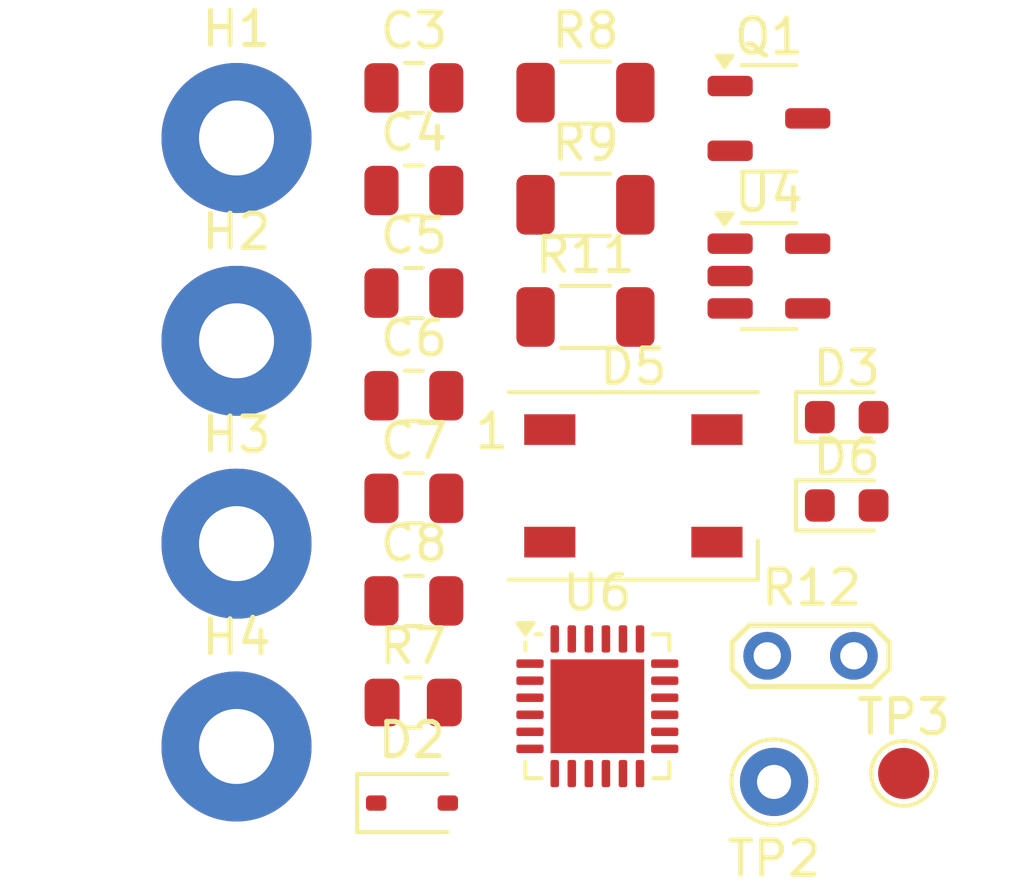
<source format=kicad_pcb>
(kicad_pcb (version 20240108) (generator "pcbnew") (generator_version "8.0")
  (layers (0 "F.Cu" signal) (31 "B.Cu" signal) (34 "B.Paste" user) (35 "F.Paste" user) (36 "B.SilkS" user "B.Silkscreen") (37 "F.SilkS" user "F.Silkscreen") (38 "B.Mask" user) (39 "F.Mask" user) (44 "Edge.Cuts" user))
  (net 0 "")
  (net 1 "GND")
  (net 2 "/3V3")
  (net 3 "/ESP32_EN")
  (net 4 "Net-(U3-IO0)")
  (net 5 "/5V USB")
  (net 6 "Net-(D2-A)")
  (net 8 "Net-(D3-K)")
  (net 9 "/3V3_MCU")
  (net 11 "/GPIO48")
  (net 12 "Net-(D6-A)")
  (net 13 "Net-(Q1-G)")
  (net 14 "Net-(Q1-D)")
  (net 15 "PACK-")
  (net 16 "Net-(U4-FB)")
  (net 17 "Net-(F2-Pad1)")
  (net 18 "Net-(J1-VBUS)")
  (net 19 "Net-(CR1-Pad1)")
  (net 20 "Net-(U6-GND-Pad19)")
  (net 21 "Net-(U6-FLIP)")
  (net 22 "Net-(U6-VBUS_IN)")
  (net 26 "Net-(U6-HPI_SCL)")
  (net 27 "Net-(U6-VBUS_MIN)")
  (net 28 "Net-(U6-VDDD)")
  (net 30 "Net-(U6-VCCD)")
  (net 33 "Net-(U6-HPI_SDA)")
  (net 34 "Net-(U6-FAULT)")
  (net 35 "Net-(U6-VBUS_MAX)")
  (net 38 "Net-(U6-~{HPI_INT})")
  (footprint "Resistor_SMD:R_1206_3216Metric" (layer "F.Cu") (at 78.27 81.76)
    (property "Reference" "R11" (at 0 -1.82 0) (layer "F.SilkS"))
    (property "Value" "5.1k")
    (fp_line (start -0.727064 -0.91) (end 0.727064 -0.91) (stroke (width 0.12)) (layer "F.SilkS"))
    (fp_line (start -0.727064 0.91) (end 0.727064 0.91) (stroke (width 0.12)) (layer "F.SilkS"))
    (pad "1" smd roundrect (at -1.4625 0) (size 1.125 1.75) (layers "F.Cu" "F.Paste" "F.Mask") (roundrect_rratio 0.222222) (net 2 "/3V3"))
    (pad "2" smd roundrect (at 1.4625 0) (size 1.125 1.75) (layers "F.Cu" "F.Paste" "F.Mask") (roundrect_rratio 0.222222) (net 12 "Net-(D6-A)"))
  )
  (footprint "Capacitor_SMD:C_0805_2012Metric" (layer "F.Cu") (at 73.24 75.04)
    (property "Reference" "C3" (at 0 -1.68 0) (layer "F.SilkS"))
    (property "Value" "0.1uF")
    (fp_line (start -0.261252 -0.735) (end 0.261252 -0.735) (stroke (width 0.12)) (layer "F.SilkS"))
    (fp_line (start -0.261252 0.735) (end 0.261252 0.735) (stroke (width 0.12)) (layer "F.SilkS"))
    (pad "1" smd roundrect (at -0.95 0) (size 1 1.45) (layers "F.Cu" "F.Paste" "F.Mask") (net 2 "/3V3"))
    (pad "2" smd roundrect (at 0.95 0) (size 1 1.45) (layers "F.Cu" "F.Paste" "F.Mask") (net 1 "GND"))
  )
  (footprint "Diode_SMD:D_SOD-323" (layer "F.Cu") (at 73.185 96.02)
    (property "Reference" "D2" (at 0 -1.85 0) (layer "F.SilkS"))
    (property "Value" "BAT60A")
    (fp_line (start -1.61 -0.85) (end -1.61 0.85) (stroke (width 0.12)) (layer "F.SilkS"))
    (fp_line (start -1.61 -0.85) (end 1.05 -0.85) (stroke (width 0.12)) (layer "F.SilkS"))
    (fp_line (start -1.61 0.85) (end 1.05 0.85) (stroke (width 0.12)) (layer "F.SilkS"))
    (pad "1" smd roundrect (at -1.05 0) (size 0.6 0.45) (layers "F.Cu" "F.Paste" "F.Mask"))
    (pad "2" smd roundrect (at 1.05 0) (size 0.6 0.45) (layers "F.Cu" "F.Paste" "F.Mask") (net 6 "Net-(D2-A)"))
  )
  (footprint "MountingHole:MountingHole_2.2mm_M2_Pad" (layer "F.Cu") (at 68.04 94.36)
    (property "Reference" "H4" (at 0 -3.2 0) (layer "F.SilkS"))
    (property "Value" "MountingHole_Pad")
    (pad "1" thru_hole circle (at 0 0) (size 4.4 4.4) (drill 2.2) (layers "*.Cu" "*.Mask") (net 1 "GND"))
  )
  (footprint "LED_SMD:LED_0603_1608Metric" (layer "F.Cu") (at 85.93 87.29)
    (property "Reference" "D6" (at 0 -1.43 0) (layer "F.SilkS"))
    (property "Value" "LED")
    (fp_line (start -1.485 -0.735) (end -1.485 0.735) (stroke (width 0.12)) (layer "F.SilkS"))
    (fp_line (start -1.485 0.735) (end 0.8 0.735) (stroke (width 0.12)) (layer "F.SilkS"))
    (fp_line (start 0.8 -0.735) (end -1.485 -0.735) (stroke (width 0.12)) (layer "F.SilkS"))
    (pad "1" smd roundrect (at -0.7875 0) (size 0.875 0.95) (layers "F.Cu" "F.Paste" "F.Mask") (net 1 "GND"))
    (pad "2" smd roundrect (at 0.7875 0) (size 0.875 0.95) (layers "F.Cu" "F.Paste" "F.Mask") (net 12 "Net-(D6-A)"))
  )
  (footprint "TestPoint:TestPoint_2Pads_Pitch2.54mm_Drill0.8mm" (layer "F.Cu") (at 83.6 91.7)
    (property "Reference" "R12" (at 1.3 -2 0) (layer "F.SilkS"))
    (property "Value" "0")
    (fp_line (start -1.03 -0.4) (end -0.53 -0.9) (stroke (width 0.15)) (layer "F.SilkS"))
    (fp_line (start -1.03 0.4) (end -1.03 -0.4) (stroke (width 0.15)) (layer "F.SilkS"))
    (fp_line (start -0.53 -0.9) (end 3.07 -0.9) (stroke (width 0.15)) (layer "F.SilkS"))
    (fp_line (start -0.53 0.9) (end -1.03 0.4) (stroke (width 0.15)) (layer "F.SilkS"))
    (fp_line (start 3.07 -0.9) (end 3.57 -0.4) (stroke (width 0.15)) (layer "F.SilkS"))
    (fp_line (start 3.07 0.9) (end -0.53 0.9) (stroke (width 0.15)) (layer "F.SilkS"))
    (fp_line (start 3.57 -0.4) (end 3.57 0.4) (stroke (width 0.15)) (layer "F.SilkS"))
    (fp_line (start 3.57 0.4) (end 3.07 0.9) (stroke (width 0.15)) (layer "F.SilkS"))
    (pad "1" thru_hole circle (at 0 0) (size 1.4 1.4) (drill 0.8) (layers "*.Cu" "*.Mask") (net 17 "Net-(F2-Pad1)"))
    (pad "2" thru_hole circle (at 2.54 0) (size 1.4 1.4) (drill 0.8) (layers "*.Cu" "*.Mask") (net 14 "Net-(Q1-D)"))
  )
  (footprint "Resistor_SMD:R_0805_2012Metric" (layer "F.Cu") (at 73.22 93.07)
    (property "Reference" "R7" (at 0 -1.65 0) (layer "F.SilkS"))
    (property "Value" "10k")
    (fp_line (start -0.227064 -0.735) (end 0.227064 -0.735) (stroke (width 0.12)) (layer "F.SilkS"))
    (fp_line (start -0.227064 0.735) (end 0.227064 0.735) (stroke (width 0.12)) (layer "F.SilkS"))
    (pad "1" smd roundrect (at -0.9125 0) (size 1.025 1.4) (layers "F.Cu" "F.Paste" "F.Mask") (roundrect_rratio 0.243902) (net 2 "/3V3"))
    (pad "2" smd roundrect (at 0.9125 0) (size 1.025 1.4) (layers "F.Cu" "F.Paste" "F.Mask") (roundrect_rratio 0.243902) (net 3 "/ESP32_EN"))
  )
  (footprint "Capacitor_SMD:C_0805_2012Metric" (layer "F.Cu") (at 73.24 90.09)
    (property "Reference" "C8" (at 0 -1.68 0) (layer "F.SilkS"))
    (property "Value" "10uF")
    (fp_line (start -0.261252 -0.735) (end 0.261252 -0.735) (stroke (width 0.12)) (layer "F.SilkS"))
    (fp_line (start -0.261252 0.735) (end 0.261252 0.735) (stroke (width 0.12)) (layer "F.SilkS"))
    (pad "1" smd roundrect (at -0.95 0) (size 1 1.45) (layers "F.Cu" "F.Paste" "F.Mask") (net 2 "/3V3"))
    (pad "2" smd roundrect (at 0.95 0) (size 1 1.45) (layers "F.Cu" "F.Paste" "F.Mask") (net 1 "GND"))
  )
  (footprint "Capacitor_SMD:C_0805_2012Metric" (layer "F.Cu") (at 73.24 81.06)
    (property "Reference" "C5" (at 0 -1.68 0) (layer "F.SilkS"))
    (property "Value" "0.1uF")
    (fp_line (start -0.261252 -0.735) (end 0.261252 -0.735) (stroke (width 0.12)) (layer "F.SilkS"))
    (fp_line (start -0.261252 0.735) (end 0.261252 0.735) (stroke (width 0.12)) (layer "F.SilkS"))
    (pad "1" smd roundrect (at -0.95 0) (size 1 1.45) (layers "F.Cu" "F.Paste" "F.Mask") (net 3 "/ESP32_EN"))
    (pad "2" smd roundrect (at 0.95 0) (size 1 1.45) (layers "F.Cu" "F.Paste" "F.Mask") (net 1 "GND"))
  )
  (footprint "Package_DFN_QFN:QFN-24-1EP_4x4mm_P0.5mm_EP2.75x2.75mm" (layer "F.Cu") (at 78.62 93.18)
    (property "Reference" "U6" (at 0 -3.33 0) (layer "F.SilkS"))
    (property "Value" "CYPD3177-24LQ")
    (fp_line (start -2.11 -1.635) (end -2.11 -1.87) (stroke (width 0.12)) (layer "F.SilkS"))
    (fp_line (start -2.11 2.11) (end -2.11 1.635) (stroke (width 0.12)) (layer "F.SilkS"))
    (fp_line (start -1.635 -2.11) (end -1.81 -2.11) (stroke (width 0.12)) (layer "F.SilkS"))
    (fp_line (start -1.635 2.11) (end -2.11 2.11) (stroke (width 0.12)) (layer "F.SilkS"))
    (fp_line (start 1.635 -2.11) (end 2.11 -2.11) (stroke (width 0.12)) (layer "F.SilkS"))
    (fp_line (start 1.635 2.11) (end 2.11 2.11) (stroke (width 0.12)) (layer "F.SilkS"))
    (fp_line (start 2.11 -2.11) (end 2.11 -1.635) (stroke (width 0.12)) (layer "F.SilkS"))
    (fp_line (start 2.11 2.11) (end 2.11 1.635) (stroke (width 0.12)) (layer "F.SilkS"))
    (fp_poly (pts (xy -2.11 -2.11) (xy -2.35 -2.44) (xy -1.87 -2.44) (xy -2.11 -2.11)) (stroke (width 0.12)) (fill solid) (layer "F.SilkS"))
    (pad "1" smd roundrect (at -1.975 -1.25) (size 0.8 0.25) (layers "F.Cu" "F.Paste" "F.Mask") (net 27 "Net-(U6-VBUS_MIN)"))
    (pad "2" smd roundrect (at -1.975 -0.75) (size 0.8 0.25) (layers "F.Cu" "F.Paste" "F.Mask") (net 35 "Net-(U6-VBUS_MAX)"))
    (pad "3" smd roundrect (at -1.975 -0.25) (size 0.8 0.25) (layers "F.Cu" "F.Paste" "F.Mask"))
    (pad "4" smd roundrect (at -1.975 0.25) (size 0.8 0.25) (layers "F.Cu" "F.Paste" "F.Mask"))
    (pad "5" smd roundrect (at -1.975 0.75) (size 0.8 0.25) (layers "F.Cu" "F.Paste" "F.Mask"))
    (pad "6" smd roundrect (at -1.975 1.25) (size 0.8 0.25) (layers "F.Cu" "F.Paste" "F.Mask"))
    (pad "7" smd roundrect (at -1.25 1.975) (size 0.25 0.8) (layers "F.Cu" "F.Paste" "F.Mask") (net 38 "Net-(U6-~{HPI_INT})"))
    (pad "8" smd roundrect (at -0.75 1.975) (size 0.25 0.8) (layers "F.Cu" "F.Paste" "F.Mask"))
    (pad "9" smd roundrect (at -0.25 1.975) (size 0.25 0.8) (layers "F.Cu" "F.Paste" "F.Mask") (net 34 "Net-(U6-FAULT)"))
    (pad "10" smd roundrect (at 0.25 1.975) (size 0.25 0.8) (layers "F.Cu" "F.Paste" "F.Mask") (net 21 "Net-(U6-FLIP)"))
    (pad "11" smd roundrect (at 0.75 1.975) (size 0.25 0.8) (layers "F.Cu" "F.Paste" "F.Mask"))
    (pad "12" smd roundrect (at 1.25 1.975) (size 0.25 0.8) (layers "F.Cu" "F.Paste" "F.Mask") (net 33 "Net-(U6-HPI_SDA)"))
    (pad "13" smd roundrect (at 1.975 1.25) (size 0.8 0.25) (layers "F.Cu" "F.Paste" "F.Mask") (net 26 "Net-(U6-HPI_SCL)"))
    (pad "14" smd roundrect (at 1.975 0.75) (size 0.8 0.25) (layers "F.Cu" "F.Paste" "F.Mask"))
    (pad "15" smd roundrect (at 1.975 0.25) (size 0.8 0.25) (layers "F.Cu" "F.Paste" "F.Mask"))
    (pad "16" smd roundrect (at 1.975 -0.25) (size 0.8 0.25) (layers "F.Cu" "F.Paste" "F.Mask"))
    (pad "17" smd roundrect (at 1.975 -0.75) (size 0.8 0.25) (layers "F.Cu" "F.Paste" "F.Mask"))
    (pad "18" smd roundrect (at 1.975 -1.25) (size 0.8 0.25) (layers "F.Cu" "F.Paste" "F.Mask") (net 22 "Net-(U6-VBUS_IN)"))
    (pad "19" smd roundrect (at 1.25 -1.975) (size 0.25 0.8) (layers "F.Cu" "F.Paste" "F.Mask") (net 20 "Net-(U6-GND-Pad19)"))
    (pad "20" smd roundrect (at 0.75 -1.975) (size 0.25 0.8) (layers "F.Cu" "F.Paste" "F.Mask"))
    (pad "21" smd roundrect (at 0.25 -1.975) (size 0.25 0.8) (layers "F.Cu" "F.Paste" "F.Mask"))
    (pad "22" smd roundrect (at -0.25 -1.975) (size 0.25 0.8) (layers "F.Cu" "F.Paste" "F.Mask") (net 20 "Net-(U6-GND-Pad19)"))
    (pad "23" smd roundrect (at -0.75 -1.975) (size 0.25 0.8) (layers "F.Cu" "F.Paste" "F.Mask") (net 28 "Net-(U6-VDDD)"))
    (pad "24" smd roundrect (at -1.25 -1.975) (size 0.25 0.8) (layers "F.Cu" "F.Paste" "F.Mask") (net 30 "Net-(U6-VCCD)"))
    (pad "25" smd rect (at 0 0) (size 2.75 2.75) (property pad_prop_heatsink) (layers "F.Cu" "F.Mask") (net 20 "Net-(U6-GND-Pad19)"))
  )
  (footprint "Capacitor_SMD:C_0805_2012Metric" (layer "F.Cu") (at 73.24 87.08)
    (property "Reference" "C7" (at 0 -1.68 0) (layer "F.SilkS"))
    (property "Value" "10uF")
    (fp_line (start -0.261252 -0.735) (end 0.261252 -0.735) (stroke (width 0.12)) (layer "F.SilkS"))
    (fp_line (start -0.261252 0.735) (end 0.261252 0.735) (stroke (width 0.12)) (layer "F.SilkS"))
    (pad "1" smd roundrect (at -0.95 0) (size 1 1.45) (layers "F.Cu" "F.Paste" "F.Mask") (net 5 "/5V USB"))
    (pad "2" smd roundrect (at 0.95 0) (size 1 1.45) (layers "F.Cu" "F.Paste" "F.Mask") (net 1 "GND"))
  )
  (footprint "MountingHole:MountingHole_2.2mm_M2_Pad" (layer "F.Cu") (at 68.04 88.41)
    (property "Reference" "H3" (at 0 -3.2 0) (layer "F.SilkS"))
    (property "Value" "MountingHole_Pad")
    (pad "1" thru_hole circle (at 0 0) (size 4.4 4.4) (drill 2.2) (layers "*.Cu" "*.Mask") (net 1 "GND"))
  )
  (footprint "Package_TO_SOT_SMD:SOT-23-5" (layer "F.Cu") (at 83.65 80.56)
    (property "Reference" "U4" (at 0 -2.4 0) (layer "F.SilkS"))
    (property "Value" "TLV75801PDBV")
    (fp_line (start 0 -1.56) (end -0.8 -1.56) (stroke (width 0.12)) (layer "F.SilkS"))
    (fp_line (start 0 -1.56) (end 0.8 -1.56) (stroke (width 0.12)) (layer "F.SilkS"))
    (fp_line (start 0 1.56) (end -0.8 1.56) (stroke (width 0.12)) (layer "F.SilkS"))
    (fp_line (start 0 1.56) (end 0.8 1.56) (stroke (width 0.12)) (layer "F.SilkS"))
    (fp_poly (pts (xy -1.3 -1.51) (xy -1.54 -1.84) (xy -1.06 -1.84) (xy -1.3 -1.51)) (stroke (width 0.12)) (fill solid) (layer "F.SilkS"))
    (pad "1" smd roundrect (at -1.1375 -0.95) (size 1.325 0.6) (layers "F.Cu" "F.Paste" "F.Mask") (net 5 "/5V USB"))
    (pad "2" smd roundrect (at -1.1375 0) (size 1.325 0.6) (layers "F.Cu" "F.Paste" "F.Mask") (net 1 "GND"))
    (pad "3" smd roundrect (at -1.1375 0.95) (size 1.325 0.6) (layers "F.Cu" "F.Paste" "F.Mask") (net 5 "/5V USB"))
    (pad "4" smd roundrect (at 1.1375 0.95) (size 1.325 0.6) (layers "F.Cu" "F.Paste" "F.Mask") (net 16 "Net-(U4-FB)"))
    (pad "5" smd roundrect (at 1.1375 -0.95) (size 1.325 0.6) (layers "F.Cu" "F.Paste" "F.Mask") (net 2 "/3V3"))
  )
  (footprint "MountingHole:MountingHole_2.2mm_M2_Pad" (layer "F.Cu") (at 68.04 76.51)
    (property "Reference" "H1" (at 0 -3.2 0) (layer "F.SilkS"))
    (property "Value" "MountingHole_Pad")
    (pad "1" thru_hole circle (at 0 0) (size 4.4 4.4) (drill 2.2) (layers "*.Cu" "*.Mask") (net 1 "GND"))
  )
  (footprint "Connector_Pin:Pin_D1.0mm_L10.0mm" (layer "F.Cu") (at 83.8 95.4)
    (property "Reference" "TP2" (at 0 2.25 0) (layer "F.SilkS"))
    (property "Value" "VBUS")
    (fp_circle (center 0 0) (end 1.25 0.05) (stroke (width 0.12)) (fill none) (layer "F.SilkS"))
    (pad "1" thru_hole circle (at 0 0) (size 2 2) (drill 1) (layers "*.Cu" "*.Mask") (net 18 "Net-(J1-VBUS)"))
  )
  (footprint "TestPoint:TestPoint_Pad_D1.5mm" (layer "F.Cu") (at 87.6 95.15)
    (property "Reference" "TP3" (at 0 -1.648 0) (layer "F.SilkS"))
    (property "Value" "TestPoint")
    (fp_circle (center 0 0) (end 0 0.95) (stroke (width 0.12)) (fill none) (layer "F.SilkS"))
    (pad "1" smd circle (at 0 0) (size 1.5 1.5) (layers "F.Cu" "F.Mask") (net 19 "Net-(CR1-Pad1)"))
  )
  (footprint "LED_SMD:LED_0603_1608Metric" (layer "F.Cu") (at 85.93 84.7)
    (property "Reference" "D3" (at 0 -1.43 0) (layer "F.SilkS"))
    (property "Value" "LED")
    (fp_line (start -1.485 -0.735) (end -1.485 0.735) (stroke (width 0.12)) (layer "F.SilkS"))
    (fp_line (start -1.485 0.735) (end 0.8 0.735) (stroke (width 0.12)) (layer "F.SilkS"))
    (fp_line (start 0.8 -0.735) (end -1.485 -0.735) (stroke (width 0.12)) (layer "F.SilkS"))
    (pad "1" smd roundrect (at -0.7875 0) (size 0.875 0.95) (layers "F.Cu" "F.Paste" "F.Mask") (net 8 "Net-(D3-K)"))
    (pad "2" smd roundrect (at 0.7875 0) (size 0.875 0.95) (layers "F.Cu" "F.Paste" "F.Mask") (net 9 "/3V3_MCU"))
  )
  (footprint "LED_SMD:LED_WS2812B_PLCC4_5.0x5.0mm_P3.2mm" (layer "F.Cu") (at 79.675 86.715)
    (property "Reference" "D5" (at 0 -3.5 0) (layer "F.SilkS"))
    (property "Value" "WS2812B")
    (fp_line (start -3.65 -2.75) (end 3.65 -2.75) (stroke (width 0.12)) (layer "F.SilkS"))
    (fp_line (start -3.65 2.75) (end 3.65 2.75) (stroke (width 0.12)) (layer "F.SilkS"))
    (fp_line (start 3.65 2.75) (end 3.65 1.6) (stroke (width 0.12)) (layer "F.SilkS"))
    (fp_text user "1" (at -4.15 -1.6 0) (layer "F.SilkS"))
    (pad "1" smd rect (at -2.45 -1.65) (size 1.5 0.9) (layers "F.Cu" "F.Paste" "F.Mask") (net 2 "/3V3"))
    (pad "2" smd rect (at -2.45 1.65) (size 1.5 0.9) (layers "F.Cu" "F.Paste" "F.Mask"))
    (pad "3" smd rect (at 2.45 1.65) (size 1.5 0.9) (layers "F.Cu" "F.Paste" "F.Mask") (net 1 "GND"))
    (pad "4" smd rect (at 2.45 -1.65) (size 1.5 0.9) (layers "F.Cu" "F.Paste" "F.Mask") (net 11 "/GPIO48"))
  )
  (footprint "MountingHole:MountingHole_2.2mm_M2_Pad" (layer "F.Cu") (at 68.04 82.46)
    (property "Reference" "H2" (at 0 -3.2 0) (layer "F.SilkS"))
    (property "Value" "MountingHole_Pad")
    (pad "1" thru_hole circle (at 0 0) (size 4.4 4.4) (drill 2.2) (layers "*.Cu" "*.Mask") (net 1 "GND"))
  )
  (footprint "Resistor_SMD:R_1206_3216Metric" (layer "F.Cu") (at 78.27 78.47)
    (property "Reference" "R9" (at 0 -1.82 0) (layer "F.SilkS"))
    (property "Value" "200k")
    (fp_line (start -0.727064 -0.91) (end 0.727064 -0.91) (stroke (width 0.12)) (layer "F.SilkS"))
    (fp_line (start -0.727064 0.91) (end 0.727064 0.91) (stroke (width 0.12)) (layer "F.SilkS"))
    (pad "1" smd roundrect (at -1.4625 0) (size 1.125 1.75) (layers "F.Cu" "F.Paste" "F.Mask") (roundrect_rratio 0.222222) (net 16 "Net-(U4-FB)"))
    (pad "2" smd roundrect (at 1.4625 0) (size 1.125 1.75) (layers "F.Cu" "F.Paste" "F.Mask") (roundrect_rratio 0.222222) (net 1 "GND"))
  )
  (footprint "Package_TO_SOT_SMD:SOT-23-3" (layer "F.Cu") (at 83.65 75.935)
    (property "Reference" "Q1" (at 0 -2.4 0) (layer "F.SilkS"))
    (property "Value" "PMV45EN2")
    (fp_line (start 0 -1.56) (end -0.8 -1.56) (stroke (width 0.12)) (layer "F.SilkS"))
    (fp_line (start 0 -1.56) (end 0.8 -1.56) (stroke (width 0.12)) (layer "F.SilkS"))
    (fp_line (start 0 1.56) (end -0.8 1.56) (stroke (width 0.12)) (layer "F.SilkS"))
    (fp_line (start 0 1.56) (end 0.8 1.56) (stroke (width 0.12)) (layer "F.SilkS"))
    (fp_poly (pts (xy -1.3 -1.51) (xy -1.54 -1.84) (xy -1.06 -1.84) (xy -1.3 -1.51)) (stroke (width 0.12)) (fill solid) (layer "F.SilkS"))
    (pad "1" smd roundrect (at -1.1375 -0.95) (size 1.325 0.6) (layers "F.Cu" "F.Paste" "F.Mask") (net 14 "Net-(Q1-D)"))
    (pad "2" smd roundrect (at -1.1375 0.95) (size 1.325 0.6) (layers "F.Cu" "F.Paste" "F.Mask") (net 13 "Net-(Q1-G)"))
    (pad "3" smd roundrect (at 1.1375 0) (size 1.325 0.6) (layers "F.Cu" "F.Paste" "F.Mask") (net 15 "PACK-"))
  )
  (footprint "Capacitor_SMD:C_0805_2012Metric" (layer "F.Cu") (at 73.24 84.07)
    (property "Reference" "C6" (at 0 -1.68 0) (layer "F.SilkS"))
    (property "Value" "0.1uF")
    (fp_line (start -0.261252 -0.735) (end 0.261252 -0.735) (stroke (width 0.12)) (layer "F.SilkS"))
    (fp_line (start -0.261252 0.735) (end 0.261252 0.735) (stroke (width 0.12)) (layer "F.SilkS"))
    (pad "1" smd roundrect (at -0.95 0) (size 1 1.45) (layers "F.Cu" "F.Paste" "F.Mask") (net 4 "Net-(U3-IO0)"))
    (pad "2" smd roundrect (at 0.95 0) (size 1 1.45) (layers "F.Cu" "F.Paste" "F.Mask") (net 1 "GND"))
  )
  (footprint "Capacitor_SMD:C_0805_2012Metric" (layer "F.Cu") (at 73.24 78.05)
    (property "Reference" "C4" (at 0 -1.68 0) (layer "F.SilkS"))
    (property "Value" "10uF")
    (fp_line (start -0.261252 -0.735) (end 0.261252 -0.735) (stroke (width 0.12)) (layer "F.SilkS"))
    (fp_line (start -0.261252 0.735) (end 0.261252 0.735) (stroke (width 0.12)) (layer "F.SilkS"))
    (pad "1" smd roundrect (at -0.95 0) (size 1 1.45) (layers "F.Cu" "F.Paste" "F.Mask") (net 2 "/3V3"))
    (pad "2" smd roundrect (at 0.95 0) (size 1 1.45) (layers "F.Cu" "F.Paste" "F.Mask") (net 1 "GND"))
  )
  (footprint "Resistor_SMD:R_1206_3216Metric" (layer "F.Cu") (at 78.27 75.18)
    (property "Reference" "R8" (at 0 -1.82 0) (layer "F.SilkS"))
    (property "Value" "1M")
    (fp_line (start -0.727064 -0.91) (end 0.727064 -0.91) (stroke (width 0.12)) (layer "F.SilkS"))
    (fp_line (start -0.727064 0.91) (end 0.727064 0.91) (stroke (width 0.12)) (layer "F.SilkS"))
    (pad "1" smd roundrect (at -1.4625 0) (size 1.125 1.75) (layers "F.Cu" "F.Paste" "F.Mask") (roundrect_rratio 0.222222) (net 2 "/3V3"))
    (pad "2" smd roundrect (at 1.4625 0) (size 1.125 1.75) (layers "F.Cu" "F.Paste" "F.Mask") (roundrect_rratio 0.222222) (net 16 "Net-(U4-FB)"))
  )
)
</source>
